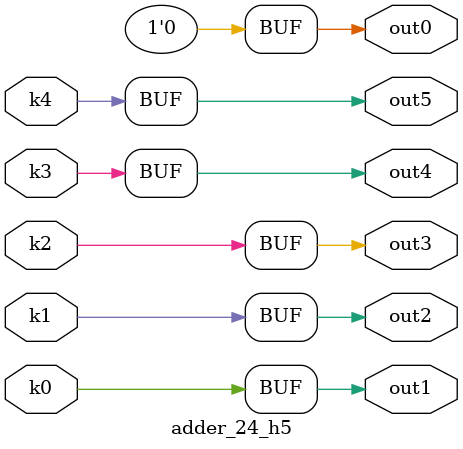
<source format=v>
module adder_24(pi00, pi01, pi02, pi03, pi04, pi05, pi06, pi07, pi08, pi09, po0, po1, po2, po3, po4, po5);
input pi00, pi01, pi02, pi03, pi04, pi05, pi06, pi07, pi08, pi09;
output po0, po1, po2, po3, po4, po5;
wire k0, k1, k2, k3, k4;
adder_24_w5 DUT1 (pi00, pi01, pi02, pi03, pi04, pi05, pi06, pi07, pi08, pi09, k0, k1, k2, k3, k4);
adder_24_h5 DUT2 (k0, k1, k2, k3, k4, po0, po1, po2, po3, po4, po5);
endmodule

module adder_24_w5(in9, in8, in7, in6, in5, in4, in3, in2, in1, in0, k4, k3, k2, k1, k0);
input in9, in8, in7, in6, in5, in4, in3, in2, in1, in0;
output k4, k3, k2, k1, k0;
assign k0 =   in2 & (((in6 | in3) & (((in8 | in5) & ((~in0 & ((in9 & (in4 | in7)) | (in1 & in7))) | (in1 & in4))) | (in4 & (in7 | (in8 & in5))) | (in8 & in5 & in7))) | (in6 & in3));
assign k1 =   ((in6 ^ in3) & (((in8 | in5) & ((~in0 & ((in9 & (in4 | in7)) | (in1 & in7))) | (in1 & in4))) | (in4 & (in7 | (in8 & in5))) | (in8 & in5 & in7))) | ((~in6 ^ in3) & (((~in8 | ~in5) & ((~in1 & ((~in9 & (~in4 | ~in7)) | (in0 & ~in7))) | (in0 & ~in4))) | (~in4 & (~in7 | (~in8 & ~in5))) | (~in8 & ~in5 & ~in7)));
assign k2 =   ((in4 ^ in7) & ((in9 & ~in0 & (in8 | in5)) | (in8 & in5))) | (in1 & (in8 | in5) & ((in4 & ~in7) | (~in0 & ~in4 & in7))) | ((~in4 ^ in7) & ((~in8 & ~in5) | (~in9 & ~in1 & (~in8 | ~in5)))) | (in0 & (~in8 | ~in5) & ((~in4 & ~in7) | (~in1 & in4 & in7)));
assign k3 =   (~in0 & (in8 ^ in5) & (in9 | in1)) | (~in1 & (~in8 ^ in5) & (~in9 | in0));
assign k4 =   (~in9 & (in1 | in0)) | (~in1 & ~in0 & in9);
endmodule

module adder_24_h5(k4, k3, k2, k1, k0, out5, out4, out3, out2, out1, out0);
input k4, k3, k2, k1, k0;
output out5, out4, out3, out2, out1, out0;
assign out0 = 0;
assign out1 = k0;
assign out2 = k1;
assign out3 = k2;
assign out4 = k3;
assign out5 = k4;
endmodule

</source>
